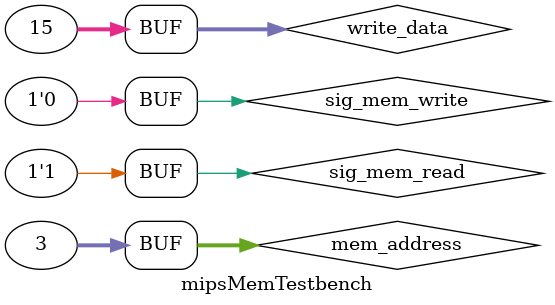
<source format=v>
module mipsMemTestbench();

wire [31:0] read_data;
reg [31:0] mem_address,write_data;
reg sig_mem_write,sig_mem_read;

mips_data_mem testMemory(read_data,mem_address,write_data,sig_mem_read,sig_mem_write);

initial begin
	mem_address = 32'b00000000000000000000000000000011;
	write_data = 32'b00000000000000000000000000001111;
	sig_mem_read = 1'b1;
	sig_mem_write = 1'b0;
end

initial begin
	$monitor("time = %2d,data = %32b,sigWr=%1b,sigRd=%1b,mem=%32b,wrData=%32b",$time,read_data,sig_mem_write,sig_mem_read,mem_address,write_data);
end

endmodule

</source>
